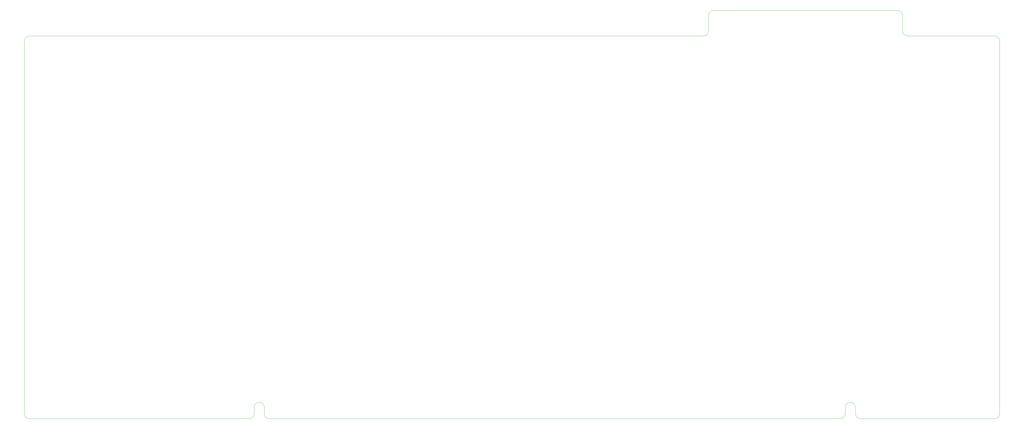
<source format=gbr>
%TF.GenerationSoftware,KiCad,Pcbnew,8.0.5*%
%TF.CreationDate,2024-09-24T18:12:57+02:00*%
%TF.ProjectId,E80-1800-pcb-universal,4538302d-3138-4303-902d-7063622d756e,rev?*%
%TF.SameCoordinates,Original*%
%TF.FileFunction,Profile,NP*%
%FSLAX46Y46*%
G04 Gerber Fmt 4.6, Leading zero omitted, Abs format (unit mm)*
G04 Created by KiCad (PCBNEW 8.0.5) date 2024-09-24 18:12:57*
%MOMM*%
%LPD*%
G01*
G04 APERTURE LIST*
%TA.AperFunction,Profile*%
%ADD10C,0.050000*%
%TD*%
G04 APERTURE END LIST*
D10*
X-12000000Y19000000D02*
X252000000Y19000000D01*
X-14000000Y17000000D02*
X-14000000Y-129000000D01*
X79985992Y-129000000D02*
X79985992Y-128586992D01*
X75985992Y-129000000D02*
X75985992Y-128586992D01*
X366000000Y19000000D02*
X332000000Y19000000D01*
X330000000Y21000000D02*
X330000000Y27000000D01*
X328000000Y29000000D02*
X256000000Y29000000D01*
X254000000Y27000000D02*
X254000000Y21000000D01*
X313561992Y-131000000D02*
X366000000Y-131000000D01*
X368000000Y-129000000D02*
X368000000Y17000000D01*
X73985992Y-131000000D02*
X-12000000Y-131000000D01*
X81985992Y-131000000D02*
X305561992Y-131000000D01*
X311561992Y-126600000D02*
X311561992Y-129000000D01*
X307561992Y-126600000D02*
X307561992Y-129000000D01*
X76000000Y-126600000D02*
G75*
G02*
X80000000Y-126600000I2000000J0D01*
G01*
X80000000Y-126600000D02*
X79985992Y-128586992D01*
X75985992Y-128586992D02*
X76000000Y-126600000D01*
X332000000Y19000000D02*
G75*
G02*
X330000000Y21000000I0J2000000D01*
G01*
X-14000000Y17000000D02*
G75*
G02*
X-12000000Y19000000I1999999J1D01*
G01*
X254000000Y21000000D02*
G75*
G02*
X252000000Y19000000I-2000000J0D01*
G01*
X313561992Y-131000000D02*
G75*
G02*
X311562000Y-129000000I8J2000000D01*
G01*
X-12000000Y-131000000D02*
G75*
G02*
X-14000000Y-129000000I-1J1999999D01*
G01*
X81985992Y-131000000D02*
G75*
G02*
X79986000Y-129000000I8J2000000D01*
G01*
X328000000Y29000000D02*
G75*
G02*
X330000000Y27000000I0J-2000000D01*
G01*
X368000000Y-129000000D02*
G75*
G02*
X366000000Y-131000000I-2000000J0D01*
G01*
X75985992Y-129000000D02*
G75*
G02*
X73985992Y-130999992I-1999992J0D01*
G01*
X254000000Y27000000D02*
G75*
G02*
X256000000Y29000000I2000000J0D01*
G01*
X307561992Y-129000000D02*
G75*
G02*
X305561992Y-130999992I-1999992J0D01*
G01*
X307561992Y-126600000D02*
G75*
G02*
X311561992Y-126600000I2000000J0D01*
G01*
X366000000Y19000000D02*
G75*
G02*
X368000000Y17000000I0J-2000000D01*
G01*
M02*

</source>
